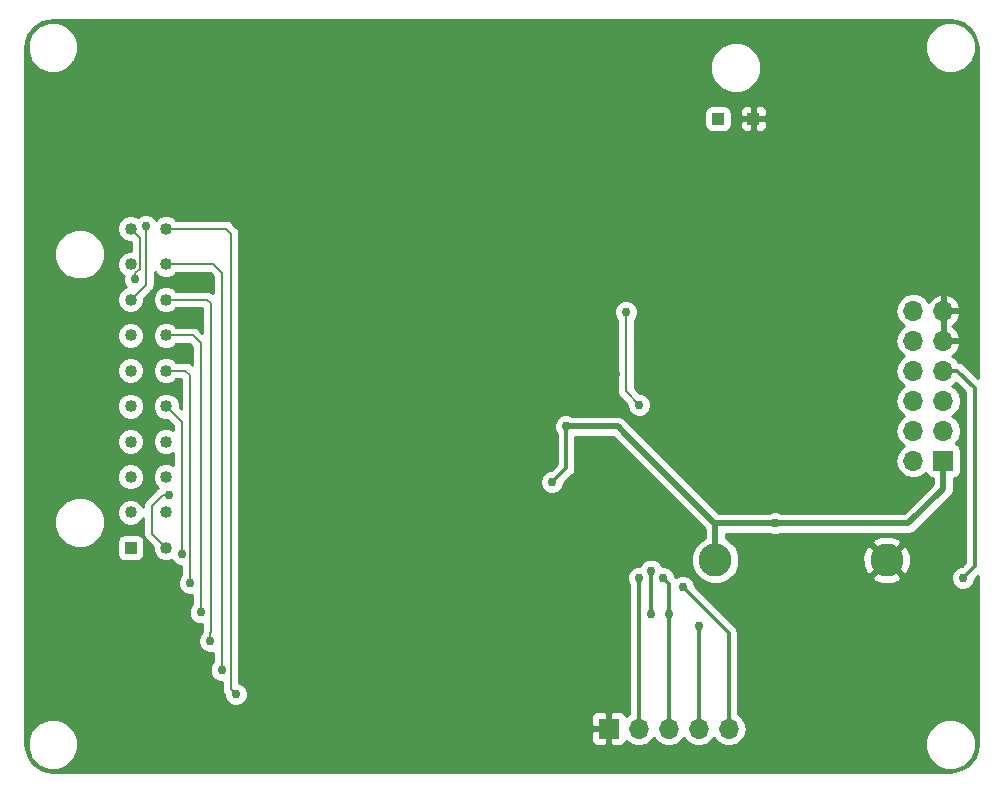
<source format=gbr>
%TF.GenerationSoftware,KiCad,Pcbnew,(5.0.0)*%
%TF.CreationDate,2019-02-15T19:53:55-06:00*%
%TF.ProjectId,BPSTemperature,42505354656D70657261747572652E6B,rev?*%
%TF.SameCoordinates,Original*%
%TF.FileFunction,Copper,L2,Bot,Signal*%
%TF.FilePolarity,Positive*%
%FSLAX46Y46*%
G04 Gerber Fmt 4.6, Leading zero omitted, Abs format (unit mm)*
G04 Created by KiCad (PCBNEW (5.0.0)) date 02/15/19 19:53:55*
%MOMM*%
%LPD*%
G01*
G04 APERTURE LIST*
%ADD10R,1.700000X1.700000*%
%ADD11O,1.700000X1.700000*%
%ADD12C,2.800000*%
%ADD13R,1.020000X1.020000*%
%ADD14C,1.020000*%
%ADD15R,1.000000X1.000000*%
%ADD16C,0.762000*%
%ADD17C,0.203200*%
%ADD18C,0.304800*%
%ADD19C,0.508000*%
%ADD20C,0.254000*%
G04 APERTURE END LIST*
D10*
X131400000Y-108000000D03*
D11*
X128860000Y-108000000D03*
X131400000Y-105460000D03*
X128860000Y-105460000D03*
X131400000Y-102920000D03*
X128860000Y-102920000D03*
X131400000Y-100380000D03*
X128860000Y-100380000D03*
X131400000Y-97840000D03*
X128860000Y-97840000D03*
X131400000Y-95300000D03*
X128860000Y-95300000D03*
D12*
X126600000Y-116400000D03*
X112100000Y-116400000D03*
D13*
X62593000Y-115366500D03*
D14*
X62593000Y-88346500D03*
X62593000Y-112366500D03*
X62593000Y-109366500D03*
X62593000Y-106366500D03*
X62593000Y-103366500D03*
X62593000Y-100366500D03*
X62593000Y-97366500D03*
X62593000Y-94366500D03*
X62593000Y-91366500D03*
X65593000Y-91366500D03*
X65593000Y-97366500D03*
X65593000Y-94366500D03*
X65593000Y-100366500D03*
X65593000Y-88346500D03*
X65593000Y-106366500D03*
X65593000Y-103366500D03*
X65593000Y-109366500D03*
X65593000Y-112366500D03*
X65593000Y-115366500D03*
D10*
X103074500Y-130683000D03*
D11*
X105614500Y-130683000D03*
X108154500Y-130683000D03*
X110694500Y-130683000D03*
X113234500Y-130683000D03*
D15*
X115325000Y-79020000D03*
X112325000Y-79020000D03*
D16*
X105092500Y-109220000D03*
X96647000Y-109156500D03*
X90741500Y-110299500D03*
X93027500Y-112903000D03*
X93662500Y-119824500D03*
X97790000Y-117665500D03*
X100330000Y-120332500D03*
X81534000Y-117792500D03*
X83883500Y-112839500D03*
X83756500Y-109664500D03*
X83820000Y-107124500D03*
X83883500Y-103505000D03*
X83947000Y-100139500D03*
X83820000Y-97155000D03*
X83693000Y-93408500D03*
X83756500Y-90424000D03*
X83883500Y-87058500D03*
X88963500Y-90741500D03*
X92710000Y-88773000D03*
X94742000Y-85661500D03*
X97599500Y-83185000D03*
X100393500Y-80645000D03*
X103700000Y-100650000D03*
X97112435Y-99467978D03*
X95000000Y-103125000D03*
X96900000Y-105150000D03*
X99441000Y-105092500D03*
X98250000Y-109800000D03*
X117150000Y-113300000D03*
X105664000Y-103251000D03*
X104521000Y-95377000D03*
X62992000Y-92646500D03*
X63881000Y-88138000D03*
X71501000Y-127762000D03*
X70294500Y-125730000D03*
X69342000Y-123253500D03*
X68516500Y-120840500D03*
X67627500Y-118364000D03*
X66929000Y-115887500D03*
X65849500Y-110871000D03*
X105614500Y-117900000D03*
X108150000Y-120950000D03*
X107650000Y-117900000D03*
X133050000Y-117900000D03*
X106650000Y-120950000D03*
X110700000Y-122000000D03*
X106650000Y-117300000D03*
X109350000Y-118700000D03*
D17*
X96710500Y-109220000D02*
X96647000Y-109156500D01*
D18*
X99441000Y-108609000D02*
X99441000Y-105092500D01*
X98250000Y-109800000D02*
X99441000Y-108609000D01*
D19*
X131400000Y-108000000D02*
X131400000Y-110350000D01*
X131400000Y-110350000D02*
X128450000Y-113300000D01*
X128450000Y-113300000D02*
X117150000Y-113300000D01*
X117150000Y-113300000D02*
X112030000Y-113300000D01*
X103822500Y-105092500D02*
X104430000Y-105700000D01*
X99441000Y-105092500D02*
X103822500Y-105092500D01*
X104430000Y-105700000D02*
X104267000Y-105537000D01*
X112100000Y-113370000D02*
X111800000Y-113070000D01*
X112100000Y-116400000D02*
X112100000Y-113370000D01*
X112030000Y-113300000D02*
X111800000Y-113070000D01*
X111800000Y-113070000D02*
X104430000Y-105700000D01*
D17*
X105664000Y-103251000D02*
X104521000Y-102108000D01*
X104521000Y-102108000D02*
X104521000Y-95377000D01*
X63102999Y-88856499D02*
X62593000Y-88346500D01*
X63357001Y-89110501D02*
X63102999Y-88856499D01*
X63357001Y-91742684D02*
X63357001Y-89110501D01*
X62992000Y-92107685D02*
X63357001Y-91742684D01*
X62992000Y-92646500D02*
X62992000Y-92107685D01*
X63881000Y-93078500D02*
X62593000Y-94366500D01*
X63881000Y-88138000D02*
X63881000Y-93078500D01*
X71501000Y-127762000D02*
X71056500Y-127317500D01*
X71056500Y-127317500D02*
X71056500Y-88773000D01*
X70630000Y-88346500D02*
X65593000Y-88346500D01*
X71056500Y-88773000D02*
X70630000Y-88346500D01*
X69586000Y-91366500D02*
X65593000Y-91366500D01*
X70294500Y-125730000D02*
X70294500Y-92075000D01*
X70294500Y-92075000D02*
X69586000Y-91366500D01*
X69093500Y-94366500D02*
X65593000Y-94366500D01*
X69405500Y-94678500D02*
X69093500Y-94366500D01*
X69342000Y-122555000D02*
X69342000Y-123253500D01*
X69405500Y-122491500D02*
X69342000Y-122555000D01*
X69405500Y-122491500D02*
X69405500Y-94678500D01*
X68516500Y-120840500D02*
X68516500Y-98044000D01*
X67839000Y-97366500D02*
X65593000Y-97366500D01*
X68516500Y-98044000D02*
X67839000Y-97366500D01*
X67627500Y-118364000D02*
X67627500Y-100774500D01*
X67219500Y-100366500D02*
X65593000Y-100366500D01*
X67627500Y-100774500D02*
X67219500Y-100366500D01*
X66929000Y-104702500D02*
X65593000Y-103366500D01*
X66929000Y-115887500D02*
X66929000Y-104702500D01*
X65310685Y-110871000D02*
X64389000Y-111792685D01*
X65849500Y-110871000D02*
X65310685Y-110871000D01*
X64389000Y-114162500D02*
X65593000Y-115366500D01*
X64389000Y-111792685D02*
X64389000Y-114162500D01*
D18*
X105614500Y-130683000D02*
X105614500Y-117900000D01*
X108154500Y-130683000D02*
X108154500Y-122395500D01*
X108154500Y-122395500D02*
X108154500Y-120954500D01*
X108154500Y-120954500D02*
X108150000Y-120950000D01*
X108150000Y-118400000D02*
X107650000Y-117900000D01*
X108150000Y-120950000D02*
X108150000Y-118400000D01*
X132602081Y-100380000D02*
X134050000Y-101827919D01*
X131400000Y-100380000D02*
X132602081Y-100380000D01*
X134050000Y-101827919D02*
X134050000Y-116900000D01*
X134050000Y-116900000D02*
X133050000Y-117900000D01*
X110694500Y-122005500D02*
X110700000Y-122000000D01*
X110694500Y-130683000D02*
X110694500Y-122005500D01*
X106650000Y-120950000D02*
X106650000Y-117300000D01*
X113234500Y-130683000D02*
X113234500Y-122584500D01*
X113234500Y-122584500D02*
X109350000Y-118700000D01*
D20*
G36*
X132531494Y-70751605D02*
X133034485Y-70934182D01*
X133481979Y-71227572D01*
X133849977Y-71616039D01*
X134118738Y-72078745D01*
X134276565Y-72599847D01*
X134315000Y-73030505D01*
X134315000Y-100979368D01*
X133213697Y-99878065D01*
X133169765Y-99812316D01*
X132909309Y-99638285D01*
X132679633Y-99592600D01*
X132679632Y-99592600D01*
X132656841Y-99588066D01*
X132470625Y-99309375D01*
X132151522Y-99096157D01*
X132281358Y-99035183D01*
X132671645Y-98606924D01*
X132841476Y-98196890D01*
X132720155Y-97967000D01*
X131527000Y-97967000D01*
X131527000Y-97987000D01*
X131273000Y-97987000D01*
X131273000Y-97967000D01*
X131253000Y-97967000D01*
X131253000Y-97713000D01*
X131273000Y-97713000D01*
X131273000Y-95427000D01*
X131527000Y-95427000D01*
X131527000Y-97713000D01*
X132720155Y-97713000D01*
X132841476Y-97483110D01*
X132671645Y-97073076D01*
X132281358Y-96644817D01*
X132122046Y-96570000D01*
X132281358Y-96495183D01*
X132671645Y-96066924D01*
X132841476Y-95656890D01*
X132720155Y-95427000D01*
X131527000Y-95427000D01*
X131273000Y-95427000D01*
X131253000Y-95427000D01*
X131253000Y-95173000D01*
X131273000Y-95173000D01*
X131273000Y-93979181D01*
X131527000Y-93979181D01*
X131527000Y-95173000D01*
X132720155Y-95173000D01*
X132841476Y-94943110D01*
X132671645Y-94533076D01*
X132281358Y-94104817D01*
X131756892Y-93858514D01*
X131527000Y-93979181D01*
X131273000Y-93979181D01*
X131043108Y-93858514D01*
X130518642Y-94104817D01*
X130131353Y-94529786D01*
X129930625Y-94229375D01*
X129439418Y-93901161D01*
X129006256Y-93815000D01*
X128713744Y-93815000D01*
X128280582Y-93901161D01*
X127789375Y-94229375D01*
X127461161Y-94720582D01*
X127345908Y-95300000D01*
X127461161Y-95879418D01*
X127789375Y-96370625D01*
X128087761Y-96570000D01*
X127789375Y-96769375D01*
X127461161Y-97260582D01*
X127345908Y-97840000D01*
X127461161Y-98419418D01*
X127789375Y-98910625D01*
X128087761Y-99110000D01*
X127789375Y-99309375D01*
X127461161Y-99800582D01*
X127345908Y-100380000D01*
X127461161Y-100959418D01*
X127789375Y-101450625D01*
X128087761Y-101650000D01*
X127789375Y-101849375D01*
X127461161Y-102340582D01*
X127345908Y-102920000D01*
X127461161Y-103499418D01*
X127789375Y-103990625D01*
X128087761Y-104190000D01*
X127789375Y-104389375D01*
X127461161Y-104880582D01*
X127345908Y-105460000D01*
X127461161Y-106039418D01*
X127789375Y-106530625D01*
X128087761Y-106730000D01*
X127789375Y-106929375D01*
X127461161Y-107420582D01*
X127345908Y-108000000D01*
X127461161Y-108579418D01*
X127789375Y-109070625D01*
X128280582Y-109398839D01*
X128713744Y-109485000D01*
X129006256Y-109485000D01*
X129439418Y-109398839D01*
X129930625Y-109070625D01*
X129942816Y-109052381D01*
X129951843Y-109097765D01*
X130092191Y-109307809D01*
X130302235Y-109448157D01*
X130511001Y-109489683D01*
X130511001Y-109981763D01*
X128081765Y-112411000D01*
X117658702Y-112411000D01*
X117352095Y-112284000D01*
X116947905Y-112284000D01*
X116641298Y-112411000D01*
X112398236Y-112411000D01*
X105120531Y-105133296D01*
X105120529Y-105133293D01*
X104513031Y-104525796D01*
X104463433Y-104451567D01*
X104169370Y-104255081D01*
X103910056Y-104203500D01*
X103910055Y-104203500D01*
X103822500Y-104186084D01*
X103734945Y-104203500D01*
X99949702Y-104203500D01*
X99643095Y-104076500D01*
X99238905Y-104076500D01*
X98865482Y-104231176D01*
X98579676Y-104516982D01*
X98425000Y-104890405D01*
X98425000Y-105294595D01*
X98579676Y-105668018D01*
X98653601Y-105741943D01*
X98653600Y-108282848D01*
X98152449Y-108784000D01*
X98047905Y-108784000D01*
X97674482Y-108938676D01*
X97388676Y-109224482D01*
X97234000Y-109597905D01*
X97234000Y-110002095D01*
X97388676Y-110375518D01*
X97674482Y-110661324D01*
X98047905Y-110816000D01*
X98452095Y-110816000D01*
X98825518Y-110661324D01*
X99111324Y-110375518D01*
X99266000Y-110002095D01*
X99266000Y-109897551D01*
X99942938Y-109220614D01*
X100008684Y-109176684D01*
X100182715Y-108916228D01*
X100228400Y-108686552D01*
X100228400Y-108686551D01*
X100243826Y-108609001D01*
X100228400Y-108531450D01*
X100228400Y-105981500D01*
X103454265Y-105981500D01*
X103863293Y-106390529D01*
X103863296Y-106390531D01*
X111211001Y-113738237D01*
X111211001Y-114565567D01*
X110947265Y-114674810D01*
X110374810Y-115247265D01*
X110065000Y-115995213D01*
X110065000Y-116804787D01*
X110374810Y-117552735D01*
X110947265Y-118125190D01*
X111695213Y-118435000D01*
X112504787Y-118435000D01*
X113252735Y-118125190D01*
X113536201Y-117841724D01*
X125337882Y-117841724D01*
X125485455Y-118150106D01*
X126240031Y-118443405D01*
X127049409Y-118425614D01*
X127714545Y-118150106D01*
X127862118Y-117841724D01*
X126600000Y-116579605D01*
X125337882Y-117841724D01*
X113536201Y-117841724D01*
X113825190Y-117552735D01*
X114135000Y-116804787D01*
X114135000Y-116040031D01*
X124556595Y-116040031D01*
X124574386Y-116849409D01*
X124849894Y-117514545D01*
X125158276Y-117662118D01*
X126420395Y-116400000D01*
X126779605Y-116400000D01*
X128041724Y-117662118D01*
X128350106Y-117514545D01*
X128643405Y-116759969D01*
X128625614Y-115950591D01*
X128350106Y-115285455D01*
X128041724Y-115137882D01*
X126779605Y-116400000D01*
X126420395Y-116400000D01*
X125158276Y-115137882D01*
X124849894Y-115285455D01*
X124556595Y-116040031D01*
X114135000Y-116040031D01*
X114135000Y-115995213D01*
X113825190Y-115247265D01*
X113536201Y-114958276D01*
X125337882Y-114958276D01*
X126600000Y-116220395D01*
X127862118Y-114958276D01*
X127714545Y-114649894D01*
X126959969Y-114356595D01*
X126150591Y-114374386D01*
X125485455Y-114649894D01*
X125337882Y-114958276D01*
X113536201Y-114958276D01*
X113252735Y-114674810D01*
X112989000Y-114565567D01*
X112989000Y-114189000D01*
X116641298Y-114189000D01*
X116947905Y-114316000D01*
X117352095Y-114316000D01*
X117658702Y-114189000D01*
X128362445Y-114189000D01*
X128450000Y-114206416D01*
X128537555Y-114189000D01*
X128537556Y-114189000D01*
X128796870Y-114137419D01*
X129090933Y-113940933D01*
X129140531Y-113866704D01*
X131966707Y-111040529D01*
X132040933Y-110990933D01*
X132237419Y-110696870D01*
X132289000Y-110437556D01*
X132306416Y-110350001D01*
X132289000Y-110262446D01*
X132289000Y-109489682D01*
X132497765Y-109448157D01*
X132707809Y-109307809D01*
X132848157Y-109097765D01*
X132897440Y-108850000D01*
X132897440Y-107150000D01*
X132848157Y-106902235D01*
X132707809Y-106692191D01*
X132497765Y-106551843D01*
X132452381Y-106542816D01*
X132470625Y-106530625D01*
X132798839Y-106039418D01*
X132914092Y-105460000D01*
X132798839Y-104880582D01*
X132470625Y-104389375D01*
X132172239Y-104190000D01*
X132470625Y-103990625D01*
X132798839Y-103499418D01*
X132914092Y-102920000D01*
X132798839Y-102340582D01*
X132470625Y-101849375D01*
X132172239Y-101650000D01*
X132470625Y-101450625D01*
X132506085Y-101397555D01*
X133262600Y-102154071D01*
X133262601Y-116573847D01*
X132952449Y-116884000D01*
X132847905Y-116884000D01*
X132474482Y-117038676D01*
X132188676Y-117324482D01*
X132034000Y-117697905D01*
X132034000Y-118102095D01*
X132188676Y-118475518D01*
X132474482Y-118761324D01*
X132847905Y-118916000D01*
X133252095Y-118916000D01*
X133625518Y-118761324D01*
X133911324Y-118475518D01*
X134066000Y-118102095D01*
X134066000Y-117997551D01*
X134315001Y-117748551D01*
X134315001Y-131960198D01*
X134248395Y-132531494D01*
X134065819Y-133034483D01*
X133772427Y-133481980D01*
X133383961Y-133849977D01*
X132921253Y-134118739D01*
X132400153Y-134276565D01*
X131969495Y-134315000D01*
X56039794Y-134315000D01*
X55468506Y-134248395D01*
X54965517Y-134065819D01*
X54518020Y-133772427D01*
X54150023Y-133383961D01*
X53881261Y-132921253D01*
X53723435Y-132400153D01*
X53685000Y-131969495D01*
X53685000Y-131575322D01*
X53865000Y-131575322D01*
X53865000Y-132424678D01*
X54190034Y-133209380D01*
X54790620Y-133809966D01*
X55575322Y-134135000D01*
X56424678Y-134135000D01*
X57209380Y-133809966D01*
X57809966Y-133209380D01*
X58135000Y-132424678D01*
X58135000Y-131575322D01*
X57883750Y-130968750D01*
X101589500Y-130968750D01*
X101589500Y-131659309D01*
X101686173Y-131892698D01*
X101864801Y-132071327D01*
X102098190Y-132168000D01*
X102788750Y-132168000D01*
X102947500Y-132009250D01*
X102947500Y-130810000D01*
X101748250Y-130810000D01*
X101589500Y-130968750D01*
X57883750Y-130968750D01*
X57809966Y-130790620D01*
X57209380Y-130190034D01*
X56424678Y-129865000D01*
X55575322Y-129865000D01*
X54790620Y-130190034D01*
X54190034Y-130790620D01*
X53865000Y-131575322D01*
X53685000Y-131575322D01*
X53685000Y-129706691D01*
X101589500Y-129706691D01*
X101589500Y-130397250D01*
X101748250Y-130556000D01*
X102947500Y-130556000D01*
X102947500Y-129356750D01*
X103201500Y-129356750D01*
X103201500Y-130556000D01*
X103221500Y-130556000D01*
X103221500Y-130810000D01*
X103201500Y-130810000D01*
X103201500Y-132009250D01*
X103360250Y-132168000D01*
X104050810Y-132168000D01*
X104284199Y-132071327D01*
X104462827Y-131892698D01*
X104529404Y-131731967D01*
X104543875Y-131753625D01*
X105035082Y-132081839D01*
X105468244Y-132168000D01*
X105760756Y-132168000D01*
X106193918Y-132081839D01*
X106685125Y-131753625D01*
X106884500Y-131455239D01*
X107083875Y-131753625D01*
X107575082Y-132081839D01*
X108008244Y-132168000D01*
X108300756Y-132168000D01*
X108733918Y-132081839D01*
X109225125Y-131753625D01*
X109424500Y-131455239D01*
X109623875Y-131753625D01*
X110115082Y-132081839D01*
X110548244Y-132168000D01*
X110840756Y-132168000D01*
X111273918Y-132081839D01*
X111765125Y-131753625D01*
X111964500Y-131455239D01*
X112163875Y-131753625D01*
X112655082Y-132081839D01*
X113088244Y-132168000D01*
X113380756Y-132168000D01*
X113813918Y-132081839D01*
X114305125Y-131753625D01*
X114424263Y-131575322D01*
X129865000Y-131575322D01*
X129865000Y-132424678D01*
X130190034Y-133209380D01*
X130790620Y-133809966D01*
X131575322Y-134135000D01*
X132424678Y-134135000D01*
X133209380Y-133809966D01*
X133809966Y-133209380D01*
X134135000Y-132424678D01*
X134135000Y-131575322D01*
X133809966Y-130790620D01*
X133209380Y-130190034D01*
X132424678Y-129865000D01*
X131575322Y-129865000D01*
X130790620Y-130190034D01*
X130190034Y-130790620D01*
X129865000Y-131575322D01*
X114424263Y-131575322D01*
X114633339Y-131262418D01*
X114748592Y-130683000D01*
X114633339Y-130103582D01*
X114305125Y-129612375D01*
X114021900Y-129423130D01*
X114021900Y-122662052D01*
X114037326Y-122584500D01*
X113976215Y-122277271D01*
X113846113Y-122082561D01*
X113802184Y-122016816D01*
X113736438Y-121972886D01*
X110366000Y-118602449D01*
X110366000Y-118497905D01*
X110211324Y-118124482D01*
X109925518Y-117838676D01*
X109552095Y-117684000D01*
X109147905Y-117684000D01*
X108774482Y-117838676D01*
X108742982Y-117870176D01*
X108717684Y-117832316D01*
X108666000Y-117797782D01*
X108666000Y-117697905D01*
X108511324Y-117324482D01*
X108225518Y-117038676D01*
X107852095Y-116884000D01*
X107577398Y-116884000D01*
X107511324Y-116724482D01*
X107225518Y-116438676D01*
X106852095Y-116284000D01*
X106447905Y-116284000D01*
X106074482Y-116438676D01*
X105788676Y-116724482D01*
X105722602Y-116884000D01*
X105412405Y-116884000D01*
X105038982Y-117038676D01*
X104753176Y-117324482D01*
X104598500Y-117697905D01*
X104598500Y-118102095D01*
X104753176Y-118475518D01*
X104827101Y-118549443D01*
X104827100Y-129423130D01*
X104543875Y-129612375D01*
X104529404Y-129634033D01*
X104462827Y-129473302D01*
X104284199Y-129294673D01*
X104050810Y-129198000D01*
X103360250Y-129198000D01*
X103201500Y-129356750D01*
X102947500Y-129356750D01*
X102788750Y-129198000D01*
X102098190Y-129198000D01*
X101864801Y-129294673D01*
X101686173Y-129473302D01*
X101589500Y-129706691D01*
X53685000Y-129706691D01*
X53685000Y-112781822D01*
X56138000Y-112781822D01*
X56138000Y-113631178D01*
X56463034Y-114415880D01*
X57063620Y-115016466D01*
X57848322Y-115341500D01*
X58697678Y-115341500D01*
X59482380Y-115016466D01*
X59642346Y-114856500D01*
X61435560Y-114856500D01*
X61435560Y-115876500D01*
X61484843Y-116124265D01*
X61625191Y-116334309D01*
X61835235Y-116474657D01*
X62083000Y-116523940D01*
X63103000Y-116523940D01*
X63350765Y-116474657D01*
X63560809Y-116334309D01*
X63701157Y-116124265D01*
X63750440Y-115876500D01*
X63750440Y-114856500D01*
X63701157Y-114608735D01*
X63560809Y-114398691D01*
X63350765Y-114258343D01*
X63103000Y-114209060D01*
X62083000Y-114209060D01*
X61835235Y-114258343D01*
X61625191Y-114398691D01*
X61484843Y-114608735D01*
X61435560Y-114856500D01*
X59642346Y-114856500D01*
X60082966Y-114415880D01*
X60408000Y-113631178D01*
X60408000Y-112781822D01*
X60082966Y-111997120D01*
X59482380Y-111396534D01*
X58697678Y-111071500D01*
X57848322Y-111071500D01*
X57063620Y-111396534D01*
X56463034Y-111997120D01*
X56138000Y-112781822D01*
X53685000Y-112781822D01*
X53685000Y-109138745D01*
X61448000Y-109138745D01*
X61448000Y-109594255D01*
X61622316Y-110015090D01*
X61944410Y-110337184D01*
X62365245Y-110511500D01*
X62820755Y-110511500D01*
X63241590Y-110337184D01*
X63563684Y-110015090D01*
X63738000Y-109594255D01*
X63738000Y-109138745D01*
X63563684Y-108717910D01*
X63241590Y-108395816D01*
X62820755Y-108221500D01*
X62365245Y-108221500D01*
X61944410Y-108395816D01*
X61622316Y-108717910D01*
X61448000Y-109138745D01*
X53685000Y-109138745D01*
X53685000Y-106138745D01*
X61448000Y-106138745D01*
X61448000Y-106594255D01*
X61622316Y-107015090D01*
X61944410Y-107337184D01*
X62365245Y-107511500D01*
X62820755Y-107511500D01*
X63241590Y-107337184D01*
X63563684Y-107015090D01*
X63738000Y-106594255D01*
X63738000Y-106138745D01*
X63563684Y-105717910D01*
X63241590Y-105395816D01*
X62820755Y-105221500D01*
X62365245Y-105221500D01*
X61944410Y-105395816D01*
X61622316Y-105717910D01*
X61448000Y-106138745D01*
X53685000Y-106138745D01*
X53685000Y-103138745D01*
X61448000Y-103138745D01*
X61448000Y-103594255D01*
X61622316Y-104015090D01*
X61944410Y-104337184D01*
X62365245Y-104511500D01*
X62820755Y-104511500D01*
X63241590Y-104337184D01*
X63563684Y-104015090D01*
X63738000Y-103594255D01*
X63738000Y-103138745D01*
X63563684Y-102717910D01*
X63241590Y-102395816D01*
X62820755Y-102221500D01*
X62365245Y-102221500D01*
X61944410Y-102395816D01*
X61622316Y-102717910D01*
X61448000Y-103138745D01*
X53685000Y-103138745D01*
X53685000Y-100138745D01*
X61448000Y-100138745D01*
X61448000Y-100594255D01*
X61622316Y-101015090D01*
X61944410Y-101337184D01*
X62365245Y-101511500D01*
X62820755Y-101511500D01*
X63241590Y-101337184D01*
X63563684Y-101015090D01*
X63738000Y-100594255D01*
X63738000Y-100138745D01*
X63563684Y-99717910D01*
X63241590Y-99395816D01*
X62820755Y-99221500D01*
X62365245Y-99221500D01*
X61944410Y-99395816D01*
X61622316Y-99717910D01*
X61448000Y-100138745D01*
X53685000Y-100138745D01*
X53685000Y-97138745D01*
X61448000Y-97138745D01*
X61448000Y-97594255D01*
X61622316Y-98015090D01*
X61944410Y-98337184D01*
X62365245Y-98511500D01*
X62820755Y-98511500D01*
X63241590Y-98337184D01*
X63563684Y-98015090D01*
X63738000Y-97594255D01*
X63738000Y-97138745D01*
X63563684Y-96717910D01*
X63241590Y-96395816D01*
X62820755Y-96221500D01*
X62365245Y-96221500D01*
X61944410Y-96395816D01*
X61622316Y-96717910D01*
X61448000Y-97138745D01*
X53685000Y-97138745D01*
X53685000Y-90081822D01*
X56138000Y-90081822D01*
X56138000Y-90931178D01*
X56463034Y-91715880D01*
X57063620Y-92316466D01*
X57848322Y-92641500D01*
X58697678Y-92641500D01*
X59482380Y-92316466D01*
X60082966Y-91715880D01*
X60408000Y-90931178D01*
X60408000Y-90081822D01*
X60082966Y-89297120D01*
X59482380Y-88696534D01*
X58697678Y-88371500D01*
X57848322Y-88371500D01*
X57063620Y-88696534D01*
X56463034Y-89297120D01*
X56138000Y-90081822D01*
X53685000Y-90081822D01*
X53685000Y-88118745D01*
X61448000Y-88118745D01*
X61448000Y-88574255D01*
X61622316Y-88995090D01*
X61944410Y-89317184D01*
X62365245Y-89491500D01*
X62620402Y-89491500D01*
X62620402Y-90221500D01*
X62365245Y-90221500D01*
X61944410Y-90395816D01*
X61622316Y-90717910D01*
X61448000Y-91138745D01*
X61448000Y-91594255D01*
X61622316Y-92015090D01*
X61944410Y-92337184D01*
X62009282Y-92364055D01*
X61976000Y-92444405D01*
X61976000Y-92848595D01*
X62130676Y-93222018D01*
X62199014Y-93290356D01*
X61944410Y-93395816D01*
X61622316Y-93717910D01*
X61448000Y-94138745D01*
X61448000Y-94594255D01*
X61622316Y-95015090D01*
X61944410Y-95337184D01*
X62365245Y-95511500D01*
X62820755Y-95511500D01*
X63241590Y-95337184D01*
X63563684Y-95015090D01*
X63738000Y-94594255D01*
X63738000Y-94263209D01*
X64350560Y-93650650D01*
X64412058Y-93609558D01*
X64453149Y-93548061D01*
X64453151Y-93548059D01*
X64574861Y-93365907D01*
X64612326Y-93177558D01*
X64617600Y-93151044D01*
X64617600Y-93151041D01*
X64632029Y-93078501D01*
X64617600Y-93005960D01*
X64617600Y-92003705D01*
X64622316Y-92015090D01*
X64944410Y-92337184D01*
X65365245Y-92511500D01*
X65820755Y-92511500D01*
X66241590Y-92337184D01*
X66475674Y-92103100D01*
X69280891Y-92103100D01*
X69557901Y-92380110D01*
X69557901Y-93790903D01*
X69380907Y-93672639D01*
X69166044Y-93629900D01*
X69166040Y-93629900D01*
X69093500Y-93615471D01*
X69020960Y-93629900D01*
X66475674Y-93629900D01*
X66241590Y-93395816D01*
X65820755Y-93221500D01*
X65365245Y-93221500D01*
X64944410Y-93395816D01*
X64622316Y-93717910D01*
X64448000Y-94138745D01*
X64448000Y-94594255D01*
X64622316Y-95015090D01*
X64944410Y-95337184D01*
X65365245Y-95511500D01*
X65820755Y-95511500D01*
X66241590Y-95337184D01*
X66475674Y-95103100D01*
X68668901Y-95103100D01*
X68668901Y-97154691D01*
X68411151Y-96896942D01*
X68370058Y-96835442D01*
X68126407Y-96672639D01*
X67911544Y-96629900D01*
X67911540Y-96629900D01*
X67839000Y-96615471D01*
X67766460Y-96629900D01*
X66475674Y-96629900D01*
X66241590Y-96395816D01*
X65820755Y-96221500D01*
X65365245Y-96221500D01*
X64944410Y-96395816D01*
X64622316Y-96717910D01*
X64448000Y-97138745D01*
X64448000Y-97594255D01*
X64622316Y-98015090D01*
X64944410Y-98337184D01*
X65365245Y-98511500D01*
X65820755Y-98511500D01*
X66241590Y-98337184D01*
X66475674Y-98103100D01*
X67533891Y-98103100D01*
X67779901Y-98349111D01*
X67779901Y-99879357D01*
X67750558Y-99835442D01*
X67506907Y-99672639D01*
X67292044Y-99629900D01*
X67292040Y-99629900D01*
X67219500Y-99615471D01*
X67146960Y-99629900D01*
X66475674Y-99629900D01*
X66241590Y-99395816D01*
X65820755Y-99221500D01*
X65365245Y-99221500D01*
X64944410Y-99395816D01*
X64622316Y-99717910D01*
X64448000Y-100138745D01*
X64448000Y-100594255D01*
X64622316Y-101015090D01*
X64944410Y-101337184D01*
X65365245Y-101511500D01*
X65820755Y-101511500D01*
X66241590Y-101337184D01*
X66475674Y-101103100D01*
X66890901Y-101103100D01*
X66890901Y-103622692D01*
X66738000Y-103469791D01*
X66738000Y-103138745D01*
X66563684Y-102717910D01*
X66241590Y-102395816D01*
X65820755Y-102221500D01*
X65365245Y-102221500D01*
X64944410Y-102395816D01*
X64622316Y-102717910D01*
X64448000Y-103138745D01*
X64448000Y-103594255D01*
X64622316Y-104015090D01*
X64944410Y-104337184D01*
X65365245Y-104511500D01*
X65696291Y-104511500D01*
X66192401Y-105007610D01*
X66192401Y-105375441D01*
X65820755Y-105221500D01*
X65365245Y-105221500D01*
X64944410Y-105395816D01*
X64622316Y-105717910D01*
X64448000Y-106138745D01*
X64448000Y-106594255D01*
X64622316Y-107015090D01*
X64944410Y-107337184D01*
X65365245Y-107511500D01*
X65820755Y-107511500D01*
X66192401Y-107357559D01*
X66192401Y-108375441D01*
X65820755Y-108221500D01*
X65365245Y-108221500D01*
X64944410Y-108395816D01*
X64622316Y-108717910D01*
X64448000Y-109138745D01*
X64448000Y-109594255D01*
X64622316Y-110015090D01*
X64880060Y-110272834D01*
X64779627Y-110339942D01*
X64738534Y-110401442D01*
X63919442Y-111220534D01*
X63857942Y-111261627D01*
X63695139Y-111505279D01*
X63652400Y-111720142D01*
X63652400Y-111720145D01*
X63637971Y-111792685D01*
X63652400Y-111865226D01*
X63652400Y-111932089D01*
X63563684Y-111717910D01*
X63241590Y-111395816D01*
X62820755Y-111221500D01*
X62365245Y-111221500D01*
X61944410Y-111395816D01*
X61622316Y-111717910D01*
X61448000Y-112138745D01*
X61448000Y-112594255D01*
X61622316Y-113015090D01*
X61944410Y-113337184D01*
X62365245Y-113511500D01*
X62820755Y-113511500D01*
X63241590Y-113337184D01*
X63563684Y-113015090D01*
X63652400Y-112800910D01*
X63652401Y-114089955D01*
X63637971Y-114162500D01*
X63695139Y-114449906D01*
X63816849Y-114632058D01*
X63816852Y-114632061D01*
X63857943Y-114693558D01*
X63919440Y-114734649D01*
X64448000Y-115263209D01*
X64448000Y-115594255D01*
X64622316Y-116015090D01*
X64944410Y-116337184D01*
X65365245Y-116511500D01*
X65820755Y-116511500D01*
X66048656Y-116417100D01*
X66067676Y-116463018D01*
X66353482Y-116748824D01*
X66726905Y-116903500D01*
X66890900Y-116903500D01*
X66890900Y-117663758D01*
X66766176Y-117788482D01*
X66611500Y-118161905D01*
X66611500Y-118566095D01*
X66766176Y-118939518D01*
X67051982Y-119225324D01*
X67425405Y-119380000D01*
X67779900Y-119380000D01*
X67779900Y-120140258D01*
X67655176Y-120264982D01*
X67500500Y-120638405D01*
X67500500Y-121042595D01*
X67655176Y-121416018D01*
X67940982Y-121701824D01*
X68314405Y-121856500D01*
X68668900Y-121856500D01*
X68668900Y-122236523D01*
X68648139Y-122267594D01*
X68605400Y-122482457D01*
X68605400Y-122482460D01*
X68590971Y-122555000D01*
X68593076Y-122565582D01*
X68480676Y-122677982D01*
X68326000Y-123051405D01*
X68326000Y-123455595D01*
X68480676Y-123829018D01*
X68766482Y-124114824D01*
X69139905Y-124269500D01*
X69544095Y-124269500D01*
X69557900Y-124263782D01*
X69557900Y-125029758D01*
X69433176Y-125154482D01*
X69278500Y-125527905D01*
X69278500Y-125932095D01*
X69433176Y-126305518D01*
X69718982Y-126591324D01*
X70092405Y-126746000D01*
X70319900Y-126746000D01*
X70319900Y-127244960D01*
X70305471Y-127317500D01*
X70319900Y-127390040D01*
X70319900Y-127390043D01*
X70362639Y-127604906D01*
X70485000Y-127788032D01*
X70485000Y-127964095D01*
X70639676Y-128337518D01*
X70925482Y-128623324D01*
X71298905Y-128778000D01*
X71703095Y-128778000D01*
X72076518Y-128623324D01*
X72362324Y-128337518D01*
X72517000Y-127964095D01*
X72517000Y-127559905D01*
X72362324Y-127186482D01*
X72076518Y-126900676D01*
X71793100Y-126783281D01*
X71793100Y-95174905D01*
X103505000Y-95174905D01*
X103505000Y-95579095D01*
X103659676Y-95952518D01*
X103784401Y-96077243D01*
X103784400Y-102035460D01*
X103769971Y-102108000D01*
X103784400Y-102180540D01*
X103784400Y-102180543D01*
X103827139Y-102395406D01*
X103989942Y-102639058D01*
X104051442Y-102680151D01*
X104648000Y-103276710D01*
X104648000Y-103453095D01*
X104802676Y-103826518D01*
X105088482Y-104112324D01*
X105461905Y-104267000D01*
X105866095Y-104267000D01*
X106239518Y-104112324D01*
X106525324Y-103826518D01*
X106680000Y-103453095D01*
X106680000Y-103048905D01*
X106525324Y-102675482D01*
X106239518Y-102389676D01*
X105866095Y-102235000D01*
X105689710Y-102235000D01*
X105257600Y-101802891D01*
X105257600Y-96077242D01*
X105382324Y-95952518D01*
X105537000Y-95579095D01*
X105537000Y-95174905D01*
X105382324Y-94801482D01*
X105096518Y-94515676D01*
X104723095Y-94361000D01*
X104318905Y-94361000D01*
X103945482Y-94515676D01*
X103659676Y-94801482D01*
X103505000Y-95174905D01*
X71793100Y-95174905D01*
X71793100Y-88845540D01*
X71807529Y-88772999D01*
X71793100Y-88700459D01*
X71793100Y-88700456D01*
X71750361Y-88485593D01*
X71587558Y-88241942D01*
X71526058Y-88200849D01*
X71202151Y-87876942D01*
X71161058Y-87815442D01*
X70917407Y-87652639D01*
X70702544Y-87609900D01*
X70702540Y-87609900D01*
X70630000Y-87595471D01*
X70557460Y-87609900D01*
X66475674Y-87609900D01*
X66241590Y-87375816D01*
X65820755Y-87201500D01*
X65365245Y-87201500D01*
X64944410Y-87375816D01*
X64746840Y-87573386D01*
X64742324Y-87562482D01*
X64456518Y-87276676D01*
X64083095Y-87122000D01*
X63678905Y-87122000D01*
X63305482Y-87276676D01*
X63216666Y-87365492D01*
X62820755Y-87201500D01*
X62365245Y-87201500D01*
X61944410Y-87375816D01*
X61622316Y-87697910D01*
X61448000Y-88118745D01*
X53685000Y-88118745D01*
X53685000Y-78520000D01*
X111177560Y-78520000D01*
X111177560Y-79520000D01*
X111226843Y-79767765D01*
X111367191Y-79977809D01*
X111577235Y-80118157D01*
X111825000Y-80167440D01*
X112825000Y-80167440D01*
X113072765Y-80118157D01*
X113282809Y-79977809D01*
X113423157Y-79767765D01*
X113472440Y-79520000D01*
X113472440Y-79305750D01*
X114190000Y-79305750D01*
X114190000Y-79646310D01*
X114286673Y-79879699D01*
X114465302Y-80058327D01*
X114698691Y-80155000D01*
X115039250Y-80155000D01*
X115198000Y-79996250D01*
X115198000Y-79147000D01*
X115452000Y-79147000D01*
X115452000Y-79996250D01*
X115610750Y-80155000D01*
X115951309Y-80155000D01*
X116184698Y-80058327D01*
X116363327Y-79879699D01*
X116460000Y-79646310D01*
X116460000Y-79305750D01*
X116301250Y-79147000D01*
X115452000Y-79147000D01*
X115198000Y-79147000D01*
X114348750Y-79147000D01*
X114190000Y-79305750D01*
X113472440Y-79305750D01*
X113472440Y-78520000D01*
X113447316Y-78393690D01*
X114190000Y-78393690D01*
X114190000Y-78734250D01*
X114348750Y-78893000D01*
X115198000Y-78893000D01*
X115198000Y-78043750D01*
X115452000Y-78043750D01*
X115452000Y-78893000D01*
X116301250Y-78893000D01*
X116460000Y-78734250D01*
X116460000Y-78393690D01*
X116363327Y-78160301D01*
X116184698Y-77981673D01*
X115951309Y-77885000D01*
X115610750Y-77885000D01*
X115452000Y-78043750D01*
X115198000Y-78043750D01*
X115039250Y-77885000D01*
X114698691Y-77885000D01*
X114465302Y-77981673D01*
X114286673Y-78160301D01*
X114190000Y-78393690D01*
X113447316Y-78393690D01*
X113423157Y-78272235D01*
X113282809Y-78062191D01*
X113072765Y-77921843D01*
X112825000Y-77872560D01*
X111825000Y-77872560D01*
X111577235Y-77921843D01*
X111367191Y-78062191D01*
X111226843Y-78272235D01*
X111177560Y-78520000D01*
X53685000Y-78520000D01*
X53685000Y-73039793D01*
X53739151Y-72575322D01*
X53865000Y-72575322D01*
X53865000Y-73424678D01*
X54190034Y-74209380D01*
X54790620Y-74809966D01*
X55575322Y-75135000D01*
X56424678Y-75135000D01*
X57209380Y-74809966D01*
X57744024Y-74275322D01*
X111690000Y-74275322D01*
X111690000Y-75124678D01*
X112015034Y-75909380D01*
X112615620Y-76509966D01*
X113400322Y-76835000D01*
X114249678Y-76835000D01*
X115034380Y-76509966D01*
X115634966Y-75909380D01*
X115960000Y-75124678D01*
X115960000Y-74275322D01*
X115634966Y-73490620D01*
X115034380Y-72890034D01*
X114274598Y-72575322D01*
X129865000Y-72575322D01*
X129865000Y-73424678D01*
X130190034Y-74209380D01*
X130790620Y-74809966D01*
X131575322Y-75135000D01*
X132424678Y-75135000D01*
X133209380Y-74809966D01*
X133809966Y-74209380D01*
X134135000Y-73424678D01*
X134135000Y-72575322D01*
X133809966Y-71790620D01*
X133209380Y-71190034D01*
X132424678Y-70865000D01*
X131575322Y-70865000D01*
X130790620Y-71190034D01*
X130190034Y-71790620D01*
X129865000Y-72575322D01*
X114274598Y-72575322D01*
X114249678Y-72565000D01*
X113400322Y-72565000D01*
X112615620Y-72890034D01*
X112015034Y-73490620D01*
X111690000Y-74275322D01*
X57744024Y-74275322D01*
X57809966Y-74209380D01*
X58135000Y-73424678D01*
X58135000Y-72575322D01*
X57809966Y-71790620D01*
X57209380Y-71190034D01*
X56424678Y-70865000D01*
X55575322Y-70865000D01*
X54790620Y-71190034D01*
X54190034Y-71790620D01*
X53865000Y-72575322D01*
X53739151Y-72575322D01*
X53751605Y-72468506D01*
X53934182Y-71965515D01*
X54227572Y-71518021D01*
X54616039Y-71150023D01*
X55078745Y-70881262D01*
X55599847Y-70723435D01*
X56030505Y-70685000D01*
X131960207Y-70685000D01*
X132531494Y-70751605D01*
X132531494Y-70751605D01*
G37*
X132531494Y-70751605D02*
X133034485Y-70934182D01*
X133481979Y-71227572D01*
X133849977Y-71616039D01*
X134118738Y-72078745D01*
X134276565Y-72599847D01*
X134315000Y-73030505D01*
X134315000Y-100979368D01*
X133213697Y-99878065D01*
X133169765Y-99812316D01*
X132909309Y-99638285D01*
X132679633Y-99592600D01*
X132679632Y-99592600D01*
X132656841Y-99588066D01*
X132470625Y-99309375D01*
X132151522Y-99096157D01*
X132281358Y-99035183D01*
X132671645Y-98606924D01*
X132841476Y-98196890D01*
X132720155Y-97967000D01*
X131527000Y-97967000D01*
X131527000Y-97987000D01*
X131273000Y-97987000D01*
X131273000Y-97967000D01*
X131253000Y-97967000D01*
X131253000Y-97713000D01*
X131273000Y-97713000D01*
X131273000Y-95427000D01*
X131527000Y-95427000D01*
X131527000Y-97713000D01*
X132720155Y-97713000D01*
X132841476Y-97483110D01*
X132671645Y-97073076D01*
X132281358Y-96644817D01*
X132122046Y-96570000D01*
X132281358Y-96495183D01*
X132671645Y-96066924D01*
X132841476Y-95656890D01*
X132720155Y-95427000D01*
X131527000Y-95427000D01*
X131273000Y-95427000D01*
X131253000Y-95427000D01*
X131253000Y-95173000D01*
X131273000Y-95173000D01*
X131273000Y-93979181D01*
X131527000Y-93979181D01*
X131527000Y-95173000D01*
X132720155Y-95173000D01*
X132841476Y-94943110D01*
X132671645Y-94533076D01*
X132281358Y-94104817D01*
X131756892Y-93858514D01*
X131527000Y-93979181D01*
X131273000Y-93979181D01*
X131043108Y-93858514D01*
X130518642Y-94104817D01*
X130131353Y-94529786D01*
X129930625Y-94229375D01*
X129439418Y-93901161D01*
X129006256Y-93815000D01*
X128713744Y-93815000D01*
X128280582Y-93901161D01*
X127789375Y-94229375D01*
X127461161Y-94720582D01*
X127345908Y-95300000D01*
X127461161Y-95879418D01*
X127789375Y-96370625D01*
X128087761Y-96570000D01*
X127789375Y-96769375D01*
X127461161Y-97260582D01*
X127345908Y-97840000D01*
X127461161Y-98419418D01*
X127789375Y-98910625D01*
X128087761Y-99110000D01*
X127789375Y-99309375D01*
X127461161Y-99800582D01*
X127345908Y-100380000D01*
X127461161Y-100959418D01*
X127789375Y-101450625D01*
X128087761Y-101650000D01*
X127789375Y-101849375D01*
X127461161Y-102340582D01*
X127345908Y-102920000D01*
X127461161Y-103499418D01*
X127789375Y-103990625D01*
X128087761Y-104190000D01*
X127789375Y-104389375D01*
X127461161Y-104880582D01*
X127345908Y-105460000D01*
X127461161Y-106039418D01*
X127789375Y-106530625D01*
X128087761Y-106730000D01*
X127789375Y-106929375D01*
X127461161Y-107420582D01*
X127345908Y-108000000D01*
X127461161Y-108579418D01*
X127789375Y-109070625D01*
X128280582Y-109398839D01*
X128713744Y-109485000D01*
X129006256Y-109485000D01*
X129439418Y-109398839D01*
X129930625Y-109070625D01*
X129942816Y-109052381D01*
X129951843Y-109097765D01*
X130092191Y-109307809D01*
X130302235Y-109448157D01*
X130511001Y-109489683D01*
X130511001Y-109981763D01*
X128081765Y-112411000D01*
X117658702Y-112411000D01*
X117352095Y-112284000D01*
X116947905Y-112284000D01*
X116641298Y-112411000D01*
X112398236Y-112411000D01*
X105120531Y-105133296D01*
X105120529Y-105133293D01*
X104513031Y-104525796D01*
X104463433Y-104451567D01*
X104169370Y-104255081D01*
X103910056Y-104203500D01*
X103910055Y-104203500D01*
X103822500Y-104186084D01*
X103734945Y-104203500D01*
X99949702Y-104203500D01*
X99643095Y-104076500D01*
X99238905Y-104076500D01*
X98865482Y-104231176D01*
X98579676Y-104516982D01*
X98425000Y-104890405D01*
X98425000Y-105294595D01*
X98579676Y-105668018D01*
X98653601Y-105741943D01*
X98653600Y-108282848D01*
X98152449Y-108784000D01*
X98047905Y-108784000D01*
X97674482Y-108938676D01*
X97388676Y-109224482D01*
X97234000Y-109597905D01*
X97234000Y-110002095D01*
X97388676Y-110375518D01*
X97674482Y-110661324D01*
X98047905Y-110816000D01*
X98452095Y-110816000D01*
X98825518Y-110661324D01*
X99111324Y-110375518D01*
X99266000Y-110002095D01*
X99266000Y-109897551D01*
X99942938Y-109220614D01*
X100008684Y-109176684D01*
X100182715Y-108916228D01*
X100228400Y-108686552D01*
X100228400Y-108686551D01*
X100243826Y-108609001D01*
X100228400Y-108531450D01*
X100228400Y-105981500D01*
X103454265Y-105981500D01*
X103863293Y-106390529D01*
X103863296Y-106390531D01*
X111211001Y-113738237D01*
X111211001Y-114565567D01*
X110947265Y-114674810D01*
X110374810Y-115247265D01*
X110065000Y-115995213D01*
X110065000Y-116804787D01*
X110374810Y-117552735D01*
X110947265Y-118125190D01*
X111695213Y-118435000D01*
X112504787Y-118435000D01*
X113252735Y-118125190D01*
X113536201Y-117841724D01*
X125337882Y-117841724D01*
X125485455Y-118150106D01*
X126240031Y-118443405D01*
X127049409Y-118425614D01*
X127714545Y-118150106D01*
X127862118Y-117841724D01*
X126600000Y-116579605D01*
X125337882Y-117841724D01*
X113536201Y-117841724D01*
X113825190Y-117552735D01*
X114135000Y-116804787D01*
X114135000Y-116040031D01*
X124556595Y-116040031D01*
X124574386Y-116849409D01*
X124849894Y-117514545D01*
X125158276Y-117662118D01*
X126420395Y-116400000D01*
X126779605Y-116400000D01*
X128041724Y-117662118D01*
X128350106Y-117514545D01*
X128643405Y-116759969D01*
X128625614Y-115950591D01*
X128350106Y-115285455D01*
X128041724Y-115137882D01*
X126779605Y-116400000D01*
X126420395Y-116400000D01*
X125158276Y-115137882D01*
X124849894Y-115285455D01*
X124556595Y-116040031D01*
X114135000Y-116040031D01*
X114135000Y-115995213D01*
X113825190Y-115247265D01*
X113536201Y-114958276D01*
X125337882Y-114958276D01*
X126600000Y-116220395D01*
X127862118Y-114958276D01*
X127714545Y-114649894D01*
X126959969Y-114356595D01*
X126150591Y-114374386D01*
X125485455Y-114649894D01*
X125337882Y-114958276D01*
X113536201Y-114958276D01*
X113252735Y-114674810D01*
X112989000Y-114565567D01*
X112989000Y-114189000D01*
X116641298Y-114189000D01*
X116947905Y-114316000D01*
X117352095Y-114316000D01*
X117658702Y-114189000D01*
X128362445Y-114189000D01*
X128450000Y-114206416D01*
X128537555Y-114189000D01*
X128537556Y-114189000D01*
X128796870Y-114137419D01*
X129090933Y-113940933D01*
X129140531Y-113866704D01*
X131966707Y-111040529D01*
X132040933Y-110990933D01*
X132237419Y-110696870D01*
X132289000Y-110437556D01*
X132306416Y-110350001D01*
X132289000Y-110262446D01*
X132289000Y-109489682D01*
X132497765Y-109448157D01*
X132707809Y-109307809D01*
X132848157Y-109097765D01*
X132897440Y-108850000D01*
X132897440Y-107150000D01*
X132848157Y-106902235D01*
X132707809Y-106692191D01*
X132497765Y-106551843D01*
X132452381Y-106542816D01*
X132470625Y-106530625D01*
X132798839Y-106039418D01*
X132914092Y-105460000D01*
X132798839Y-104880582D01*
X132470625Y-104389375D01*
X132172239Y-104190000D01*
X132470625Y-103990625D01*
X132798839Y-103499418D01*
X132914092Y-102920000D01*
X132798839Y-102340582D01*
X132470625Y-101849375D01*
X132172239Y-101650000D01*
X132470625Y-101450625D01*
X132506085Y-101397555D01*
X133262600Y-102154071D01*
X133262601Y-116573847D01*
X132952449Y-116884000D01*
X132847905Y-116884000D01*
X132474482Y-117038676D01*
X132188676Y-117324482D01*
X132034000Y-117697905D01*
X132034000Y-118102095D01*
X132188676Y-118475518D01*
X132474482Y-118761324D01*
X132847905Y-118916000D01*
X133252095Y-118916000D01*
X133625518Y-118761324D01*
X133911324Y-118475518D01*
X134066000Y-118102095D01*
X134066000Y-117997551D01*
X134315001Y-117748551D01*
X134315001Y-131960198D01*
X134248395Y-132531494D01*
X134065819Y-133034483D01*
X133772427Y-133481980D01*
X133383961Y-133849977D01*
X132921253Y-134118739D01*
X132400153Y-134276565D01*
X131969495Y-134315000D01*
X56039794Y-134315000D01*
X55468506Y-134248395D01*
X54965517Y-134065819D01*
X54518020Y-133772427D01*
X54150023Y-133383961D01*
X53881261Y-132921253D01*
X53723435Y-132400153D01*
X53685000Y-131969495D01*
X53685000Y-131575322D01*
X53865000Y-131575322D01*
X53865000Y-132424678D01*
X54190034Y-133209380D01*
X54790620Y-133809966D01*
X55575322Y-134135000D01*
X56424678Y-134135000D01*
X57209380Y-133809966D01*
X57809966Y-133209380D01*
X58135000Y-132424678D01*
X58135000Y-131575322D01*
X57883750Y-130968750D01*
X101589500Y-130968750D01*
X101589500Y-131659309D01*
X101686173Y-131892698D01*
X101864801Y-132071327D01*
X102098190Y-132168000D01*
X102788750Y-132168000D01*
X102947500Y-132009250D01*
X102947500Y-130810000D01*
X101748250Y-130810000D01*
X101589500Y-130968750D01*
X57883750Y-130968750D01*
X57809966Y-130790620D01*
X57209380Y-130190034D01*
X56424678Y-129865000D01*
X55575322Y-129865000D01*
X54790620Y-130190034D01*
X54190034Y-130790620D01*
X53865000Y-131575322D01*
X53685000Y-131575322D01*
X53685000Y-129706691D01*
X101589500Y-129706691D01*
X101589500Y-130397250D01*
X101748250Y-130556000D01*
X102947500Y-130556000D01*
X102947500Y-129356750D01*
X103201500Y-129356750D01*
X103201500Y-130556000D01*
X103221500Y-130556000D01*
X103221500Y-130810000D01*
X103201500Y-130810000D01*
X103201500Y-132009250D01*
X103360250Y-132168000D01*
X104050810Y-132168000D01*
X104284199Y-132071327D01*
X104462827Y-131892698D01*
X104529404Y-131731967D01*
X104543875Y-131753625D01*
X105035082Y-132081839D01*
X105468244Y-132168000D01*
X105760756Y-132168000D01*
X106193918Y-132081839D01*
X106685125Y-131753625D01*
X106884500Y-131455239D01*
X107083875Y-131753625D01*
X107575082Y-132081839D01*
X108008244Y-132168000D01*
X108300756Y-132168000D01*
X108733918Y-132081839D01*
X109225125Y-131753625D01*
X109424500Y-131455239D01*
X109623875Y-131753625D01*
X110115082Y-132081839D01*
X110548244Y-132168000D01*
X110840756Y-132168000D01*
X111273918Y-132081839D01*
X111765125Y-131753625D01*
X111964500Y-131455239D01*
X112163875Y-131753625D01*
X112655082Y-132081839D01*
X113088244Y-132168000D01*
X113380756Y-132168000D01*
X113813918Y-132081839D01*
X114305125Y-131753625D01*
X114424263Y-131575322D01*
X129865000Y-131575322D01*
X129865000Y-132424678D01*
X130190034Y-133209380D01*
X130790620Y-133809966D01*
X131575322Y-134135000D01*
X132424678Y-134135000D01*
X133209380Y-133809966D01*
X133809966Y-133209380D01*
X134135000Y-132424678D01*
X134135000Y-131575322D01*
X133809966Y-130790620D01*
X133209380Y-130190034D01*
X132424678Y-129865000D01*
X131575322Y-129865000D01*
X130790620Y-130190034D01*
X130190034Y-130790620D01*
X129865000Y-131575322D01*
X114424263Y-131575322D01*
X114633339Y-131262418D01*
X114748592Y-130683000D01*
X114633339Y-130103582D01*
X114305125Y-129612375D01*
X114021900Y-129423130D01*
X114021900Y-122662052D01*
X114037326Y-122584500D01*
X113976215Y-122277271D01*
X113846113Y-122082561D01*
X113802184Y-122016816D01*
X113736438Y-121972886D01*
X110366000Y-118602449D01*
X110366000Y-118497905D01*
X110211324Y-118124482D01*
X109925518Y-117838676D01*
X109552095Y-117684000D01*
X109147905Y-117684000D01*
X108774482Y-117838676D01*
X108742982Y-117870176D01*
X108717684Y-117832316D01*
X108666000Y-117797782D01*
X108666000Y-117697905D01*
X108511324Y-117324482D01*
X108225518Y-117038676D01*
X107852095Y-116884000D01*
X107577398Y-116884000D01*
X107511324Y-116724482D01*
X107225518Y-116438676D01*
X106852095Y-116284000D01*
X106447905Y-116284000D01*
X106074482Y-116438676D01*
X105788676Y-116724482D01*
X105722602Y-116884000D01*
X105412405Y-116884000D01*
X105038982Y-117038676D01*
X104753176Y-117324482D01*
X104598500Y-117697905D01*
X104598500Y-118102095D01*
X104753176Y-118475518D01*
X104827101Y-118549443D01*
X104827100Y-129423130D01*
X104543875Y-129612375D01*
X104529404Y-129634033D01*
X104462827Y-129473302D01*
X104284199Y-129294673D01*
X104050810Y-129198000D01*
X103360250Y-129198000D01*
X103201500Y-129356750D01*
X102947500Y-129356750D01*
X102788750Y-129198000D01*
X102098190Y-129198000D01*
X101864801Y-129294673D01*
X101686173Y-129473302D01*
X101589500Y-129706691D01*
X53685000Y-129706691D01*
X53685000Y-112781822D01*
X56138000Y-112781822D01*
X56138000Y-113631178D01*
X56463034Y-114415880D01*
X57063620Y-115016466D01*
X57848322Y-115341500D01*
X58697678Y-115341500D01*
X59482380Y-115016466D01*
X59642346Y-114856500D01*
X61435560Y-114856500D01*
X61435560Y-115876500D01*
X61484843Y-116124265D01*
X61625191Y-116334309D01*
X61835235Y-116474657D01*
X62083000Y-116523940D01*
X63103000Y-116523940D01*
X63350765Y-116474657D01*
X63560809Y-116334309D01*
X63701157Y-116124265D01*
X63750440Y-115876500D01*
X63750440Y-114856500D01*
X63701157Y-114608735D01*
X63560809Y-114398691D01*
X63350765Y-114258343D01*
X63103000Y-114209060D01*
X62083000Y-114209060D01*
X61835235Y-114258343D01*
X61625191Y-114398691D01*
X61484843Y-114608735D01*
X61435560Y-114856500D01*
X59642346Y-114856500D01*
X60082966Y-114415880D01*
X60408000Y-113631178D01*
X60408000Y-112781822D01*
X60082966Y-111997120D01*
X59482380Y-111396534D01*
X58697678Y-111071500D01*
X57848322Y-111071500D01*
X57063620Y-111396534D01*
X56463034Y-111997120D01*
X56138000Y-112781822D01*
X53685000Y-112781822D01*
X53685000Y-109138745D01*
X61448000Y-109138745D01*
X61448000Y-109594255D01*
X61622316Y-110015090D01*
X61944410Y-110337184D01*
X62365245Y-110511500D01*
X62820755Y-110511500D01*
X63241590Y-110337184D01*
X63563684Y-110015090D01*
X63738000Y-109594255D01*
X63738000Y-109138745D01*
X63563684Y-108717910D01*
X63241590Y-108395816D01*
X62820755Y-108221500D01*
X62365245Y-108221500D01*
X61944410Y-108395816D01*
X61622316Y-108717910D01*
X61448000Y-109138745D01*
X53685000Y-109138745D01*
X53685000Y-106138745D01*
X61448000Y-106138745D01*
X61448000Y-106594255D01*
X61622316Y-107015090D01*
X61944410Y-107337184D01*
X62365245Y-107511500D01*
X62820755Y-107511500D01*
X63241590Y-107337184D01*
X63563684Y-107015090D01*
X63738000Y-106594255D01*
X63738000Y-106138745D01*
X63563684Y-105717910D01*
X63241590Y-105395816D01*
X62820755Y-105221500D01*
X62365245Y-105221500D01*
X61944410Y-105395816D01*
X61622316Y-105717910D01*
X61448000Y-106138745D01*
X53685000Y-106138745D01*
X53685000Y-103138745D01*
X61448000Y-103138745D01*
X61448000Y-103594255D01*
X61622316Y-104015090D01*
X61944410Y-104337184D01*
X62365245Y-104511500D01*
X62820755Y-104511500D01*
X63241590Y-104337184D01*
X63563684Y-104015090D01*
X63738000Y-103594255D01*
X63738000Y-103138745D01*
X63563684Y-102717910D01*
X63241590Y-102395816D01*
X62820755Y-102221500D01*
X62365245Y-102221500D01*
X61944410Y-102395816D01*
X61622316Y-102717910D01*
X61448000Y-103138745D01*
X53685000Y-103138745D01*
X53685000Y-100138745D01*
X61448000Y-100138745D01*
X61448000Y-100594255D01*
X61622316Y-101015090D01*
X61944410Y-101337184D01*
X62365245Y-101511500D01*
X62820755Y-101511500D01*
X63241590Y-101337184D01*
X63563684Y-101015090D01*
X63738000Y-100594255D01*
X63738000Y-100138745D01*
X63563684Y-99717910D01*
X63241590Y-99395816D01*
X62820755Y-99221500D01*
X62365245Y-99221500D01*
X61944410Y-99395816D01*
X61622316Y-99717910D01*
X61448000Y-100138745D01*
X53685000Y-100138745D01*
X53685000Y-97138745D01*
X61448000Y-97138745D01*
X61448000Y-97594255D01*
X61622316Y-98015090D01*
X61944410Y-98337184D01*
X62365245Y-98511500D01*
X62820755Y-98511500D01*
X63241590Y-98337184D01*
X63563684Y-98015090D01*
X63738000Y-97594255D01*
X63738000Y-97138745D01*
X63563684Y-96717910D01*
X63241590Y-96395816D01*
X62820755Y-96221500D01*
X62365245Y-96221500D01*
X61944410Y-96395816D01*
X61622316Y-96717910D01*
X61448000Y-97138745D01*
X53685000Y-97138745D01*
X53685000Y-90081822D01*
X56138000Y-90081822D01*
X56138000Y-90931178D01*
X56463034Y-91715880D01*
X57063620Y-92316466D01*
X57848322Y-92641500D01*
X58697678Y-92641500D01*
X59482380Y-92316466D01*
X60082966Y-91715880D01*
X60408000Y-90931178D01*
X60408000Y-90081822D01*
X60082966Y-89297120D01*
X59482380Y-88696534D01*
X58697678Y-88371500D01*
X57848322Y-88371500D01*
X57063620Y-88696534D01*
X56463034Y-89297120D01*
X56138000Y-90081822D01*
X53685000Y-90081822D01*
X53685000Y-88118745D01*
X61448000Y-88118745D01*
X61448000Y-88574255D01*
X61622316Y-88995090D01*
X61944410Y-89317184D01*
X62365245Y-89491500D01*
X62620402Y-89491500D01*
X62620402Y-90221500D01*
X62365245Y-90221500D01*
X61944410Y-90395816D01*
X61622316Y-90717910D01*
X61448000Y-91138745D01*
X61448000Y-91594255D01*
X61622316Y-92015090D01*
X61944410Y-92337184D01*
X62009282Y-92364055D01*
X61976000Y-92444405D01*
X61976000Y-92848595D01*
X62130676Y-93222018D01*
X62199014Y-93290356D01*
X61944410Y-93395816D01*
X61622316Y-93717910D01*
X61448000Y-94138745D01*
X61448000Y-94594255D01*
X61622316Y-95015090D01*
X61944410Y-95337184D01*
X62365245Y-95511500D01*
X62820755Y-95511500D01*
X63241590Y-95337184D01*
X63563684Y-95015090D01*
X63738000Y-94594255D01*
X63738000Y-94263209D01*
X64350560Y-93650650D01*
X64412058Y-93609558D01*
X64453149Y-93548061D01*
X64453151Y-93548059D01*
X64574861Y-93365907D01*
X64612326Y-93177558D01*
X64617600Y-93151044D01*
X64617600Y-93151041D01*
X64632029Y-93078501D01*
X64617600Y-93005960D01*
X64617600Y-92003705D01*
X64622316Y-92015090D01*
X64944410Y-92337184D01*
X65365245Y-92511500D01*
X65820755Y-92511500D01*
X66241590Y-92337184D01*
X66475674Y-92103100D01*
X69280891Y-92103100D01*
X69557901Y-92380110D01*
X69557901Y-93790903D01*
X69380907Y-93672639D01*
X69166044Y-93629900D01*
X69166040Y-93629900D01*
X69093500Y-93615471D01*
X69020960Y-93629900D01*
X66475674Y-93629900D01*
X66241590Y-93395816D01*
X65820755Y-93221500D01*
X65365245Y-93221500D01*
X64944410Y-93395816D01*
X64622316Y-93717910D01*
X64448000Y-94138745D01*
X64448000Y-94594255D01*
X64622316Y-95015090D01*
X64944410Y-95337184D01*
X65365245Y-95511500D01*
X65820755Y-95511500D01*
X66241590Y-95337184D01*
X66475674Y-95103100D01*
X68668901Y-95103100D01*
X68668901Y-97154691D01*
X68411151Y-96896942D01*
X68370058Y-96835442D01*
X68126407Y-96672639D01*
X67911544Y-96629900D01*
X67911540Y-96629900D01*
X67839000Y-96615471D01*
X67766460Y-96629900D01*
X66475674Y-96629900D01*
X66241590Y-96395816D01*
X65820755Y-96221500D01*
X65365245Y-96221500D01*
X64944410Y-96395816D01*
X64622316Y-96717910D01*
X64448000Y-97138745D01*
X64448000Y-97594255D01*
X64622316Y-98015090D01*
X64944410Y-98337184D01*
X65365245Y-98511500D01*
X65820755Y-98511500D01*
X66241590Y-98337184D01*
X66475674Y-98103100D01*
X67533891Y-98103100D01*
X67779901Y-98349111D01*
X67779901Y-99879357D01*
X67750558Y-99835442D01*
X67506907Y-99672639D01*
X67292044Y-99629900D01*
X67292040Y-99629900D01*
X67219500Y-99615471D01*
X67146960Y-99629900D01*
X66475674Y-99629900D01*
X66241590Y-99395816D01*
X65820755Y-99221500D01*
X65365245Y-99221500D01*
X64944410Y-99395816D01*
X64622316Y-99717910D01*
X64448000Y-100138745D01*
X64448000Y-100594255D01*
X64622316Y-101015090D01*
X64944410Y-101337184D01*
X65365245Y-101511500D01*
X65820755Y-101511500D01*
X66241590Y-101337184D01*
X66475674Y-101103100D01*
X66890901Y-101103100D01*
X66890901Y-103622692D01*
X66738000Y-103469791D01*
X66738000Y-103138745D01*
X66563684Y-102717910D01*
X66241590Y-102395816D01*
X65820755Y-102221500D01*
X65365245Y-102221500D01*
X64944410Y-102395816D01*
X64622316Y-102717910D01*
X64448000Y-103138745D01*
X64448000Y-103594255D01*
X64622316Y-104015090D01*
X64944410Y-104337184D01*
X65365245Y-104511500D01*
X65696291Y-104511500D01*
X66192401Y-105007610D01*
X66192401Y-105375441D01*
X65820755Y-105221500D01*
X65365245Y-105221500D01*
X64944410Y-105395816D01*
X64622316Y-105717910D01*
X64448000Y-106138745D01*
X64448000Y-106594255D01*
X64622316Y-107015090D01*
X64944410Y-107337184D01*
X65365245Y-107511500D01*
X65820755Y-107511500D01*
X66192401Y-107357559D01*
X66192401Y-108375441D01*
X65820755Y-108221500D01*
X65365245Y-108221500D01*
X64944410Y-108395816D01*
X64622316Y-108717910D01*
X64448000Y-109138745D01*
X64448000Y-109594255D01*
X64622316Y-110015090D01*
X64880060Y-110272834D01*
X64779627Y-110339942D01*
X64738534Y-110401442D01*
X63919442Y-111220534D01*
X63857942Y-111261627D01*
X63695139Y-111505279D01*
X63652400Y-111720142D01*
X63652400Y-111720145D01*
X63637971Y-111792685D01*
X63652400Y-111865226D01*
X63652400Y-111932089D01*
X63563684Y-111717910D01*
X63241590Y-111395816D01*
X62820755Y-111221500D01*
X62365245Y-111221500D01*
X61944410Y-111395816D01*
X61622316Y-111717910D01*
X61448000Y-112138745D01*
X61448000Y-112594255D01*
X61622316Y-113015090D01*
X61944410Y-113337184D01*
X62365245Y-113511500D01*
X62820755Y-113511500D01*
X63241590Y-113337184D01*
X63563684Y-113015090D01*
X63652400Y-112800910D01*
X63652401Y-114089955D01*
X63637971Y-114162500D01*
X63695139Y-114449906D01*
X63816849Y-114632058D01*
X63816852Y-114632061D01*
X63857943Y-114693558D01*
X63919440Y-114734649D01*
X64448000Y-115263209D01*
X64448000Y-115594255D01*
X64622316Y-116015090D01*
X64944410Y-116337184D01*
X65365245Y-116511500D01*
X65820755Y-116511500D01*
X66048656Y-116417100D01*
X66067676Y-116463018D01*
X66353482Y-116748824D01*
X66726905Y-116903500D01*
X66890900Y-116903500D01*
X66890900Y-117663758D01*
X66766176Y-117788482D01*
X66611500Y-118161905D01*
X66611500Y-118566095D01*
X66766176Y-118939518D01*
X67051982Y-119225324D01*
X67425405Y-119380000D01*
X67779900Y-119380000D01*
X67779900Y-120140258D01*
X67655176Y-120264982D01*
X67500500Y-120638405D01*
X67500500Y-121042595D01*
X67655176Y-121416018D01*
X67940982Y-121701824D01*
X68314405Y-121856500D01*
X68668900Y-121856500D01*
X68668900Y-122236523D01*
X68648139Y-122267594D01*
X68605400Y-122482457D01*
X68605400Y-122482460D01*
X68590971Y-122555000D01*
X68593076Y-122565582D01*
X68480676Y-122677982D01*
X68326000Y-123051405D01*
X68326000Y-123455595D01*
X68480676Y-123829018D01*
X68766482Y-124114824D01*
X69139905Y-124269500D01*
X69544095Y-124269500D01*
X69557900Y-124263782D01*
X69557900Y-125029758D01*
X69433176Y-125154482D01*
X69278500Y-125527905D01*
X69278500Y-125932095D01*
X69433176Y-126305518D01*
X69718982Y-126591324D01*
X70092405Y-126746000D01*
X70319900Y-126746000D01*
X70319900Y-127244960D01*
X70305471Y-127317500D01*
X70319900Y-127390040D01*
X70319900Y-127390043D01*
X70362639Y-127604906D01*
X70485000Y-127788032D01*
X70485000Y-127964095D01*
X70639676Y-128337518D01*
X70925482Y-128623324D01*
X71298905Y-128778000D01*
X71703095Y-128778000D01*
X72076518Y-128623324D01*
X72362324Y-128337518D01*
X72517000Y-127964095D01*
X72517000Y-127559905D01*
X72362324Y-127186482D01*
X72076518Y-126900676D01*
X71793100Y-126783281D01*
X71793100Y-95174905D01*
X103505000Y-95174905D01*
X103505000Y-95579095D01*
X103659676Y-95952518D01*
X103784401Y-96077243D01*
X103784400Y-102035460D01*
X103769971Y-102108000D01*
X103784400Y-102180540D01*
X103784400Y-102180543D01*
X103827139Y-102395406D01*
X103989942Y-102639058D01*
X104051442Y-102680151D01*
X104648000Y-103276710D01*
X104648000Y-103453095D01*
X104802676Y-103826518D01*
X105088482Y-104112324D01*
X105461905Y-104267000D01*
X105866095Y-104267000D01*
X106239518Y-104112324D01*
X106525324Y-103826518D01*
X106680000Y-103453095D01*
X106680000Y-103048905D01*
X106525324Y-102675482D01*
X106239518Y-102389676D01*
X105866095Y-102235000D01*
X105689710Y-102235000D01*
X105257600Y-101802891D01*
X105257600Y-96077242D01*
X105382324Y-95952518D01*
X105537000Y-95579095D01*
X105537000Y-95174905D01*
X105382324Y-94801482D01*
X105096518Y-94515676D01*
X104723095Y-94361000D01*
X104318905Y-94361000D01*
X103945482Y-94515676D01*
X103659676Y-94801482D01*
X103505000Y-95174905D01*
X71793100Y-95174905D01*
X71793100Y-88845540D01*
X71807529Y-88772999D01*
X71793100Y-88700459D01*
X71793100Y-88700456D01*
X71750361Y-88485593D01*
X71587558Y-88241942D01*
X71526058Y-88200849D01*
X71202151Y-87876942D01*
X71161058Y-87815442D01*
X70917407Y-87652639D01*
X70702544Y-87609900D01*
X70702540Y-87609900D01*
X70630000Y-87595471D01*
X70557460Y-87609900D01*
X66475674Y-87609900D01*
X66241590Y-87375816D01*
X65820755Y-87201500D01*
X65365245Y-87201500D01*
X64944410Y-87375816D01*
X64746840Y-87573386D01*
X64742324Y-87562482D01*
X64456518Y-87276676D01*
X64083095Y-87122000D01*
X63678905Y-87122000D01*
X63305482Y-87276676D01*
X63216666Y-87365492D01*
X62820755Y-87201500D01*
X62365245Y-87201500D01*
X61944410Y-87375816D01*
X61622316Y-87697910D01*
X61448000Y-88118745D01*
X53685000Y-88118745D01*
X53685000Y-78520000D01*
X111177560Y-78520000D01*
X111177560Y-79520000D01*
X111226843Y-79767765D01*
X111367191Y-79977809D01*
X111577235Y-80118157D01*
X111825000Y-80167440D01*
X112825000Y-80167440D01*
X113072765Y-80118157D01*
X113282809Y-79977809D01*
X113423157Y-79767765D01*
X113472440Y-79520000D01*
X113472440Y-79305750D01*
X114190000Y-79305750D01*
X114190000Y-79646310D01*
X114286673Y-79879699D01*
X114465302Y-80058327D01*
X114698691Y-80155000D01*
X115039250Y-80155000D01*
X115198000Y-79996250D01*
X115198000Y-79147000D01*
X115452000Y-79147000D01*
X115452000Y-79996250D01*
X115610750Y-80155000D01*
X115951309Y-80155000D01*
X116184698Y-80058327D01*
X116363327Y-79879699D01*
X116460000Y-79646310D01*
X116460000Y-79305750D01*
X116301250Y-79147000D01*
X115452000Y-79147000D01*
X115198000Y-79147000D01*
X114348750Y-79147000D01*
X114190000Y-79305750D01*
X113472440Y-79305750D01*
X113472440Y-78520000D01*
X113447316Y-78393690D01*
X114190000Y-78393690D01*
X114190000Y-78734250D01*
X114348750Y-78893000D01*
X115198000Y-78893000D01*
X115198000Y-78043750D01*
X115452000Y-78043750D01*
X115452000Y-78893000D01*
X116301250Y-78893000D01*
X116460000Y-78734250D01*
X116460000Y-78393690D01*
X116363327Y-78160301D01*
X116184698Y-77981673D01*
X115951309Y-77885000D01*
X115610750Y-77885000D01*
X115452000Y-78043750D01*
X115198000Y-78043750D01*
X115039250Y-77885000D01*
X114698691Y-77885000D01*
X114465302Y-77981673D01*
X114286673Y-78160301D01*
X114190000Y-78393690D01*
X113447316Y-78393690D01*
X113423157Y-78272235D01*
X113282809Y-78062191D01*
X113072765Y-77921843D01*
X112825000Y-77872560D01*
X111825000Y-77872560D01*
X111577235Y-77921843D01*
X111367191Y-78062191D01*
X111226843Y-78272235D01*
X111177560Y-78520000D01*
X53685000Y-78520000D01*
X53685000Y-73039793D01*
X53739151Y-72575322D01*
X53865000Y-72575322D01*
X53865000Y-73424678D01*
X54190034Y-74209380D01*
X54790620Y-74809966D01*
X55575322Y-75135000D01*
X56424678Y-75135000D01*
X57209380Y-74809966D01*
X57744024Y-74275322D01*
X111690000Y-74275322D01*
X111690000Y-75124678D01*
X112015034Y-75909380D01*
X112615620Y-76509966D01*
X113400322Y-76835000D01*
X114249678Y-76835000D01*
X115034380Y-76509966D01*
X115634966Y-75909380D01*
X115960000Y-75124678D01*
X115960000Y-74275322D01*
X115634966Y-73490620D01*
X115034380Y-72890034D01*
X114274598Y-72575322D01*
X129865000Y-72575322D01*
X129865000Y-73424678D01*
X130190034Y-74209380D01*
X130790620Y-74809966D01*
X131575322Y-75135000D01*
X132424678Y-75135000D01*
X133209380Y-74809966D01*
X133809966Y-74209380D01*
X134135000Y-73424678D01*
X134135000Y-72575322D01*
X133809966Y-71790620D01*
X133209380Y-71190034D01*
X132424678Y-70865000D01*
X131575322Y-70865000D01*
X130790620Y-71190034D01*
X130190034Y-71790620D01*
X129865000Y-72575322D01*
X114274598Y-72575322D01*
X114249678Y-72565000D01*
X113400322Y-72565000D01*
X112615620Y-72890034D01*
X112015034Y-73490620D01*
X111690000Y-74275322D01*
X57744024Y-74275322D01*
X57809966Y-74209380D01*
X58135000Y-73424678D01*
X58135000Y-72575322D01*
X57809966Y-71790620D01*
X57209380Y-71190034D01*
X56424678Y-70865000D01*
X55575322Y-70865000D01*
X54790620Y-71190034D01*
X54190034Y-71790620D01*
X53865000Y-72575322D01*
X53739151Y-72575322D01*
X53751605Y-72468506D01*
X53934182Y-71965515D01*
X54227572Y-71518021D01*
X54616039Y-71150023D01*
X55078745Y-70881262D01*
X55599847Y-70723435D01*
X56030505Y-70685000D01*
X131960207Y-70685000D01*
X132531494Y-70751605D01*
M02*

</source>
